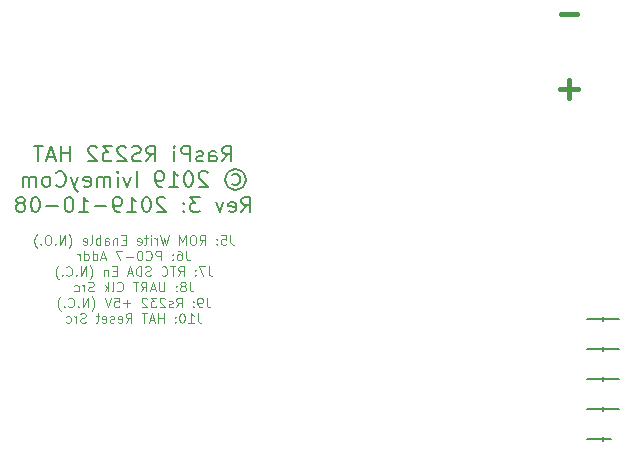
<source format=gbo>
G04 #@! TF.GenerationSoftware,KiCad,Pcbnew,(5.1.4-0)*
G04 #@! TF.CreationDate,2019-10-15T22:26:56+01:00*
G04 #@! TF.ProjectId,raspi-serial-hat,72617370-692d-4736-9572-69616c2d6861,3*
G04 #@! TF.SameCoordinates,Original*
G04 #@! TF.FileFunction,Legend,Bot*
G04 #@! TF.FilePolarity,Positive*
%FSLAX46Y46*%
G04 Gerber Fmt 4.6, Leading zero omitted, Abs format (unit mm)*
G04 Created by KiCad (PCBNEW (5.1.4-0)) date 2019-10-15 22:26:56*
%MOMM*%
%LPD*%
G04 APERTURE LIST*
%ADD10C,0.150000*%
%ADD11C,0.120000*%
%ADD12C,0.200000*%
%ADD13C,0.450000*%
G04 APERTURE END LIST*
D10*
X91265000Y-83735000D02*
X91265000Y-84135000D01*
X91265000Y-81195000D02*
X91265000Y-81595000D01*
X91265000Y-78655000D02*
X91265000Y-79055000D01*
X91265000Y-76115000D02*
X91265000Y-76515000D01*
X91265000Y-73575000D02*
X91265000Y-73975000D01*
X89900000Y-83960000D02*
X92000000Y-83960000D01*
X89900000Y-81420000D02*
X92625000Y-81420000D01*
X89900000Y-78880000D02*
X92625000Y-78880000D01*
X89900000Y-76340000D02*
X92625000Y-76340000D01*
X89900000Y-73775000D02*
X92625000Y-73775000D01*
D11*
X59721428Y-66686904D02*
X59721428Y-67258333D01*
X59759523Y-67372619D01*
X59835714Y-67448809D01*
X59950000Y-67486904D01*
X60026190Y-67486904D01*
X58959523Y-66686904D02*
X59340476Y-66686904D01*
X59378571Y-67067857D01*
X59340476Y-67029761D01*
X59264285Y-66991666D01*
X59073809Y-66991666D01*
X58997619Y-67029761D01*
X58959523Y-67067857D01*
X58921428Y-67144047D01*
X58921428Y-67334523D01*
X58959523Y-67410714D01*
X58997619Y-67448809D01*
X59073809Y-67486904D01*
X59264285Y-67486904D01*
X59340476Y-67448809D01*
X59378571Y-67410714D01*
X58578571Y-67410714D02*
X58540476Y-67448809D01*
X58578571Y-67486904D01*
X58616666Y-67448809D01*
X58578571Y-67410714D01*
X58578571Y-67486904D01*
X58578571Y-66991666D02*
X58540476Y-67029761D01*
X58578571Y-67067857D01*
X58616666Y-67029761D01*
X58578571Y-66991666D01*
X58578571Y-67067857D01*
X57130952Y-67486904D02*
X57397619Y-67105952D01*
X57588095Y-67486904D02*
X57588095Y-66686904D01*
X57283333Y-66686904D01*
X57207142Y-66725000D01*
X57169047Y-66763095D01*
X57130952Y-66839285D01*
X57130952Y-66953571D01*
X57169047Y-67029761D01*
X57207142Y-67067857D01*
X57283333Y-67105952D01*
X57588095Y-67105952D01*
X56635714Y-66686904D02*
X56483333Y-66686904D01*
X56407142Y-66725000D01*
X56330952Y-66801190D01*
X56292857Y-66953571D01*
X56292857Y-67220238D01*
X56330952Y-67372619D01*
X56407142Y-67448809D01*
X56483333Y-67486904D01*
X56635714Y-67486904D01*
X56711904Y-67448809D01*
X56788095Y-67372619D01*
X56826190Y-67220238D01*
X56826190Y-66953571D01*
X56788095Y-66801190D01*
X56711904Y-66725000D01*
X56635714Y-66686904D01*
X55950000Y-67486904D02*
X55950000Y-66686904D01*
X55683333Y-67258333D01*
X55416666Y-66686904D01*
X55416666Y-67486904D01*
X54502380Y-66686904D02*
X54311904Y-67486904D01*
X54159523Y-66915476D01*
X54007142Y-67486904D01*
X53816666Y-66686904D01*
X53511904Y-67486904D02*
X53511904Y-66953571D01*
X53511904Y-67105952D02*
X53473809Y-67029761D01*
X53435714Y-66991666D01*
X53359523Y-66953571D01*
X53283333Y-66953571D01*
X53016666Y-67486904D02*
X53016666Y-66953571D01*
X53016666Y-66686904D02*
X53054761Y-66725000D01*
X53016666Y-66763095D01*
X52978571Y-66725000D01*
X53016666Y-66686904D01*
X53016666Y-66763095D01*
X52750000Y-66953571D02*
X52445238Y-66953571D01*
X52635714Y-66686904D02*
X52635714Y-67372619D01*
X52597619Y-67448809D01*
X52521428Y-67486904D01*
X52445238Y-67486904D01*
X51873809Y-67448809D02*
X51950000Y-67486904D01*
X52102380Y-67486904D01*
X52178571Y-67448809D01*
X52216666Y-67372619D01*
X52216666Y-67067857D01*
X52178571Y-66991666D01*
X52102380Y-66953571D01*
X51950000Y-66953571D01*
X51873809Y-66991666D01*
X51835714Y-67067857D01*
X51835714Y-67144047D01*
X52216666Y-67220238D01*
X50883333Y-67067857D02*
X50616666Y-67067857D01*
X50502380Y-67486904D02*
X50883333Y-67486904D01*
X50883333Y-66686904D01*
X50502380Y-66686904D01*
X50159523Y-66953571D02*
X50159523Y-67486904D01*
X50159523Y-67029761D02*
X50121428Y-66991666D01*
X50045238Y-66953571D01*
X49930952Y-66953571D01*
X49854761Y-66991666D01*
X49816666Y-67067857D01*
X49816666Y-67486904D01*
X49092857Y-67486904D02*
X49092857Y-67067857D01*
X49130952Y-66991666D01*
X49207142Y-66953571D01*
X49359523Y-66953571D01*
X49435714Y-66991666D01*
X49092857Y-67448809D02*
X49169047Y-67486904D01*
X49359523Y-67486904D01*
X49435714Y-67448809D01*
X49473809Y-67372619D01*
X49473809Y-67296428D01*
X49435714Y-67220238D01*
X49359523Y-67182142D01*
X49169047Y-67182142D01*
X49092857Y-67144047D01*
X48711904Y-67486904D02*
X48711904Y-66686904D01*
X48711904Y-66991666D02*
X48635714Y-66953571D01*
X48483333Y-66953571D01*
X48407142Y-66991666D01*
X48369047Y-67029761D01*
X48330952Y-67105952D01*
X48330952Y-67334523D01*
X48369047Y-67410714D01*
X48407142Y-67448809D01*
X48483333Y-67486904D01*
X48635714Y-67486904D01*
X48711904Y-67448809D01*
X47873809Y-67486904D02*
X47950000Y-67448809D01*
X47988095Y-67372619D01*
X47988095Y-66686904D01*
X47264285Y-67448809D02*
X47340476Y-67486904D01*
X47492857Y-67486904D01*
X47569047Y-67448809D01*
X47607142Y-67372619D01*
X47607142Y-67067857D01*
X47569047Y-66991666D01*
X47492857Y-66953571D01*
X47340476Y-66953571D01*
X47264285Y-66991666D01*
X47226190Y-67067857D01*
X47226190Y-67144047D01*
X47607142Y-67220238D01*
X46045238Y-67791666D02*
X46083333Y-67753571D01*
X46159523Y-67639285D01*
X46197619Y-67563095D01*
X46235714Y-67448809D01*
X46273809Y-67258333D01*
X46273809Y-67105952D01*
X46235714Y-66915476D01*
X46197619Y-66801190D01*
X46159523Y-66725000D01*
X46083333Y-66610714D01*
X46045238Y-66572619D01*
X45740476Y-67486904D02*
X45740476Y-66686904D01*
X45283333Y-67486904D01*
X45283333Y-66686904D01*
X44902380Y-67410714D02*
X44864285Y-67448809D01*
X44902380Y-67486904D01*
X44940476Y-67448809D01*
X44902380Y-67410714D01*
X44902380Y-67486904D01*
X44369047Y-66686904D02*
X44216666Y-66686904D01*
X44140476Y-66725000D01*
X44064285Y-66801190D01*
X44026190Y-66953571D01*
X44026190Y-67220238D01*
X44064285Y-67372619D01*
X44140476Y-67448809D01*
X44216666Y-67486904D01*
X44369047Y-67486904D01*
X44445238Y-67448809D01*
X44521428Y-67372619D01*
X44559523Y-67220238D01*
X44559523Y-66953571D01*
X44521428Y-66801190D01*
X44445238Y-66725000D01*
X44369047Y-66686904D01*
X43683333Y-67410714D02*
X43645238Y-67448809D01*
X43683333Y-67486904D01*
X43721428Y-67448809D01*
X43683333Y-67410714D01*
X43683333Y-67486904D01*
X43378571Y-67791666D02*
X43340476Y-67753571D01*
X43264285Y-67639285D01*
X43226190Y-67563095D01*
X43188095Y-67448809D01*
X43150000Y-67258333D01*
X43150000Y-67105952D01*
X43188095Y-66915476D01*
X43226190Y-66801190D01*
X43264285Y-66725000D01*
X43340476Y-66610714D01*
X43378571Y-66572619D01*
X55988095Y-68006904D02*
X55988095Y-68578333D01*
X56026190Y-68692619D01*
X56102380Y-68768809D01*
X56216666Y-68806904D01*
X56292857Y-68806904D01*
X55264285Y-68006904D02*
X55416666Y-68006904D01*
X55492857Y-68045000D01*
X55530952Y-68083095D01*
X55607142Y-68197380D01*
X55645238Y-68349761D01*
X55645238Y-68654523D01*
X55607142Y-68730714D01*
X55569047Y-68768809D01*
X55492857Y-68806904D01*
X55340476Y-68806904D01*
X55264285Y-68768809D01*
X55226190Y-68730714D01*
X55188095Y-68654523D01*
X55188095Y-68464047D01*
X55226190Y-68387857D01*
X55264285Y-68349761D01*
X55340476Y-68311666D01*
X55492857Y-68311666D01*
X55569047Y-68349761D01*
X55607142Y-68387857D01*
X55645238Y-68464047D01*
X54845238Y-68730714D02*
X54807142Y-68768809D01*
X54845238Y-68806904D01*
X54883333Y-68768809D01*
X54845238Y-68730714D01*
X54845238Y-68806904D01*
X54845238Y-68311666D02*
X54807142Y-68349761D01*
X54845238Y-68387857D01*
X54883333Y-68349761D01*
X54845238Y-68311666D01*
X54845238Y-68387857D01*
X53854761Y-68806904D02*
X53854761Y-68006904D01*
X53550000Y-68006904D01*
X53473809Y-68045000D01*
X53435714Y-68083095D01*
X53397619Y-68159285D01*
X53397619Y-68273571D01*
X53435714Y-68349761D01*
X53473809Y-68387857D01*
X53550000Y-68425952D01*
X53854761Y-68425952D01*
X52597619Y-68730714D02*
X52635714Y-68768809D01*
X52750000Y-68806904D01*
X52826190Y-68806904D01*
X52940476Y-68768809D01*
X53016666Y-68692619D01*
X53054761Y-68616428D01*
X53092857Y-68464047D01*
X53092857Y-68349761D01*
X53054761Y-68197380D01*
X53016666Y-68121190D01*
X52940476Y-68045000D01*
X52826190Y-68006904D01*
X52750000Y-68006904D01*
X52635714Y-68045000D01*
X52597619Y-68083095D01*
X52102380Y-68006904D02*
X52026190Y-68006904D01*
X51950000Y-68045000D01*
X51911904Y-68083095D01*
X51873809Y-68159285D01*
X51835714Y-68311666D01*
X51835714Y-68502142D01*
X51873809Y-68654523D01*
X51911904Y-68730714D01*
X51950000Y-68768809D01*
X52026190Y-68806904D01*
X52102380Y-68806904D01*
X52178571Y-68768809D01*
X52216666Y-68730714D01*
X52254761Y-68654523D01*
X52292857Y-68502142D01*
X52292857Y-68311666D01*
X52254761Y-68159285D01*
X52216666Y-68083095D01*
X52178571Y-68045000D01*
X52102380Y-68006904D01*
X51492857Y-68502142D02*
X50883333Y-68502142D01*
X50578571Y-68006904D02*
X50045238Y-68006904D01*
X50388095Y-68806904D01*
X49169047Y-68578333D02*
X48788095Y-68578333D01*
X49245238Y-68806904D02*
X48978571Y-68006904D01*
X48711904Y-68806904D01*
X48102380Y-68806904D02*
X48102380Y-68006904D01*
X48102380Y-68768809D02*
X48178571Y-68806904D01*
X48330952Y-68806904D01*
X48407142Y-68768809D01*
X48445238Y-68730714D01*
X48483333Y-68654523D01*
X48483333Y-68425952D01*
X48445238Y-68349761D01*
X48407142Y-68311666D01*
X48330952Y-68273571D01*
X48178571Y-68273571D01*
X48102380Y-68311666D01*
X47378571Y-68806904D02*
X47378571Y-68006904D01*
X47378571Y-68768809D02*
X47454761Y-68806904D01*
X47607142Y-68806904D01*
X47683333Y-68768809D01*
X47721428Y-68730714D01*
X47759523Y-68654523D01*
X47759523Y-68425952D01*
X47721428Y-68349761D01*
X47683333Y-68311666D01*
X47607142Y-68273571D01*
X47454761Y-68273571D01*
X47378571Y-68311666D01*
X46997619Y-68806904D02*
X46997619Y-68273571D01*
X46997619Y-68425952D02*
X46959523Y-68349761D01*
X46921428Y-68311666D01*
X46845238Y-68273571D01*
X46769047Y-68273571D01*
X57911904Y-69326904D02*
X57911904Y-69898333D01*
X57950000Y-70012619D01*
X58026190Y-70088809D01*
X58140476Y-70126904D01*
X58216666Y-70126904D01*
X57607142Y-69326904D02*
X57073809Y-69326904D01*
X57416666Y-70126904D01*
X56769047Y-70050714D02*
X56730952Y-70088809D01*
X56769047Y-70126904D01*
X56807142Y-70088809D01*
X56769047Y-70050714D01*
X56769047Y-70126904D01*
X56769047Y-69631666D02*
X56730952Y-69669761D01*
X56769047Y-69707857D01*
X56807142Y-69669761D01*
X56769047Y-69631666D01*
X56769047Y-69707857D01*
X55321428Y-70126904D02*
X55588095Y-69745952D01*
X55778571Y-70126904D02*
X55778571Y-69326904D01*
X55473809Y-69326904D01*
X55397619Y-69365000D01*
X55359523Y-69403095D01*
X55321428Y-69479285D01*
X55321428Y-69593571D01*
X55359523Y-69669761D01*
X55397619Y-69707857D01*
X55473809Y-69745952D01*
X55778571Y-69745952D01*
X55092857Y-69326904D02*
X54635714Y-69326904D01*
X54864285Y-70126904D02*
X54864285Y-69326904D01*
X53911904Y-70050714D02*
X53950000Y-70088809D01*
X54064285Y-70126904D01*
X54140476Y-70126904D01*
X54254761Y-70088809D01*
X54330952Y-70012619D01*
X54369047Y-69936428D01*
X54407142Y-69784047D01*
X54407142Y-69669761D01*
X54369047Y-69517380D01*
X54330952Y-69441190D01*
X54254761Y-69365000D01*
X54140476Y-69326904D01*
X54064285Y-69326904D01*
X53950000Y-69365000D01*
X53911904Y-69403095D01*
X52997619Y-70088809D02*
X52883333Y-70126904D01*
X52692857Y-70126904D01*
X52616666Y-70088809D01*
X52578571Y-70050714D01*
X52540476Y-69974523D01*
X52540476Y-69898333D01*
X52578571Y-69822142D01*
X52616666Y-69784047D01*
X52692857Y-69745952D01*
X52845238Y-69707857D01*
X52921428Y-69669761D01*
X52959523Y-69631666D01*
X52997619Y-69555476D01*
X52997619Y-69479285D01*
X52959523Y-69403095D01*
X52921428Y-69365000D01*
X52845238Y-69326904D01*
X52654761Y-69326904D01*
X52540476Y-69365000D01*
X52197619Y-70126904D02*
X52197619Y-69326904D01*
X52007142Y-69326904D01*
X51892857Y-69365000D01*
X51816666Y-69441190D01*
X51778571Y-69517380D01*
X51740476Y-69669761D01*
X51740476Y-69784047D01*
X51778571Y-69936428D01*
X51816666Y-70012619D01*
X51892857Y-70088809D01*
X52007142Y-70126904D01*
X52197619Y-70126904D01*
X51435714Y-69898333D02*
X51054761Y-69898333D01*
X51511904Y-70126904D02*
X51245238Y-69326904D01*
X50978571Y-70126904D01*
X50102380Y-69707857D02*
X49835714Y-69707857D01*
X49721428Y-70126904D02*
X50102380Y-70126904D01*
X50102380Y-69326904D01*
X49721428Y-69326904D01*
X49378571Y-69593571D02*
X49378571Y-70126904D01*
X49378571Y-69669761D02*
X49340476Y-69631666D01*
X49264285Y-69593571D01*
X49150000Y-69593571D01*
X49073809Y-69631666D01*
X49035714Y-69707857D01*
X49035714Y-70126904D01*
X47816666Y-70431666D02*
X47854761Y-70393571D01*
X47930952Y-70279285D01*
X47969047Y-70203095D01*
X48007142Y-70088809D01*
X48045238Y-69898333D01*
X48045238Y-69745952D01*
X48007142Y-69555476D01*
X47969047Y-69441190D01*
X47930952Y-69365000D01*
X47854761Y-69250714D01*
X47816666Y-69212619D01*
X47511904Y-70126904D02*
X47511904Y-69326904D01*
X47054761Y-70126904D01*
X47054761Y-69326904D01*
X46673809Y-70050714D02*
X46635714Y-70088809D01*
X46673809Y-70126904D01*
X46711904Y-70088809D01*
X46673809Y-70050714D01*
X46673809Y-70126904D01*
X45835714Y-70050714D02*
X45873809Y-70088809D01*
X45988095Y-70126904D01*
X46064285Y-70126904D01*
X46178571Y-70088809D01*
X46254761Y-70012619D01*
X46292857Y-69936428D01*
X46330952Y-69784047D01*
X46330952Y-69669761D01*
X46292857Y-69517380D01*
X46254761Y-69441190D01*
X46178571Y-69365000D01*
X46064285Y-69326904D01*
X45988095Y-69326904D01*
X45873809Y-69365000D01*
X45835714Y-69403095D01*
X45492857Y-70050714D02*
X45454761Y-70088809D01*
X45492857Y-70126904D01*
X45530952Y-70088809D01*
X45492857Y-70050714D01*
X45492857Y-70126904D01*
X45188095Y-70431666D02*
X45150000Y-70393571D01*
X45073809Y-70279285D01*
X45035714Y-70203095D01*
X44997619Y-70088809D01*
X44959523Y-69898333D01*
X44959523Y-69745952D01*
X44997619Y-69555476D01*
X45035714Y-69441190D01*
X45073809Y-69365000D01*
X45150000Y-69250714D01*
X45188095Y-69212619D01*
X56292857Y-70646904D02*
X56292857Y-71218333D01*
X56330952Y-71332619D01*
X56407142Y-71408809D01*
X56521428Y-71446904D01*
X56597619Y-71446904D01*
X55797619Y-70989761D02*
X55873809Y-70951666D01*
X55911904Y-70913571D01*
X55950000Y-70837380D01*
X55950000Y-70799285D01*
X55911904Y-70723095D01*
X55873809Y-70685000D01*
X55797619Y-70646904D01*
X55645238Y-70646904D01*
X55569047Y-70685000D01*
X55530952Y-70723095D01*
X55492857Y-70799285D01*
X55492857Y-70837380D01*
X55530952Y-70913571D01*
X55569047Y-70951666D01*
X55645238Y-70989761D01*
X55797619Y-70989761D01*
X55873809Y-71027857D01*
X55911904Y-71065952D01*
X55950000Y-71142142D01*
X55950000Y-71294523D01*
X55911904Y-71370714D01*
X55873809Y-71408809D01*
X55797619Y-71446904D01*
X55645238Y-71446904D01*
X55569047Y-71408809D01*
X55530952Y-71370714D01*
X55492857Y-71294523D01*
X55492857Y-71142142D01*
X55530952Y-71065952D01*
X55569047Y-71027857D01*
X55645238Y-70989761D01*
X55150000Y-71370714D02*
X55111904Y-71408809D01*
X55150000Y-71446904D01*
X55188095Y-71408809D01*
X55150000Y-71370714D01*
X55150000Y-71446904D01*
X55150000Y-70951666D02*
X55111904Y-70989761D01*
X55150000Y-71027857D01*
X55188095Y-70989761D01*
X55150000Y-70951666D01*
X55150000Y-71027857D01*
X54159523Y-70646904D02*
X54159523Y-71294523D01*
X54121428Y-71370714D01*
X54083333Y-71408809D01*
X54007142Y-71446904D01*
X53854761Y-71446904D01*
X53778571Y-71408809D01*
X53740476Y-71370714D01*
X53702380Y-71294523D01*
X53702380Y-70646904D01*
X53359523Y-71218333D02*
X52978571Y-71218333D01*
X53435714Y-71446904D02*
X53169047Y-70646904D01*
X52902380Y-71446904D01*
X52178571Y-71446904D02*
X52445238Y-71065952D01*
X52635714Y-71446904D02*
X52635714Y-70646904D01*
X52330952Y-70646904D01*
X52254761Y-70685000D01*
X52216666Y-70723095D01*
X52178571Y-70799285D01*
X52178571Y-70913571D01*
X52216666Y-70989761D01*
X52254761Y-71027857D01*
X52330952Y-71065952D01*
X52635714Y-71065952D01*
X51950000Y-70646904D02*
X51492857Y-70646904D01*
X51721428Y-71446904D02*
X51721428Y-70646904D01*
X50159523Y-71370714D02*
X50197619Y-71408809D01*
X50311904Y-71446904D01*
X50388095Y-71446904D01*
X50502380Y-71408809D01*
X50578571Y-71332619D01*
X50616666Y-71256428D01*
X50654761Y-71104047D01*
X50654761Y-70989761D01*
X50616666Y-70837380D01*
X50578571Y-70761190D01*
X50502380Y-70685000D01*
X50388095Y-70646904D01*
X50311904Y-70646904D01*
X50197619Y-70685000D01*
X50159523Y-70723095D01*
X49702380Y-71446904D02*
X49778571Y-71408809D01*
X49816666Y-71332619D01*
X49816666Y-70646904D01*
X49397619Y-71446904D02*
X49397619Y-70646904D01*
X49321428Y-71142142D02*
X49092857Y-71446904D01*
X49092857Y-70913571D02*
X49397619Y-71218333D01*
X48178571Y-71408809D02*
X48064285Y-71446904D01*
X47873809Y-71446904D01*
X47797619Y-71408809D01*
X47759523Y-71370714D01*
X47721428Y-71294523D01*
X47721428Y-71218333D01*
X47759523Y-71142142D01*
X47797619Y-71104047D01*
X47873809Y-71065952D01*
X48026190Y-71027857D01*
X48102380Y-70989761D01*
X48140476Y-70951666D01*
X48178571Y-70875476D01*
X48178571Y-70799285D01*
X48140476Y-70723095D01*
X48102380Y-70685000D01*
X48026190Y-70646904D01*
X47835714Y-70646904D01*
X47721428Y-70685000D01*
X47378571Y-71446904D02*
X47378571Y-70913571D01*
X47378571Y-71065952D02*
X47340476Y-70989761D01*
X47302380Y-70951666D01*
X47226190Y-70913571D01*
X47150000Y-70913571D01*
X46540476Y-71408809D02*
X46616666Y-71446904D01*
X46769047Y-71446904D01*
X46845238Y-71408809D01*
X46883333Y-71370714D01*
X46921428Y-71294523D01*
X46921428Y-71065952D01*
X46883333Y-70989761D01*
X46845238Y-70951666D01*
X46769047Y-70913571D01*
X46616666Y-70913571D01*
X46540476Y-70951666D01*
X57740476Y-71966904D02*
X57740476Y-72538333D01*
X57778571Y-72652619D01*
X57854761Y-72728809D01*
X57969047Y-72766904D01*
X58045238Y-72766904D01*
X57321428Y-72766904D02*
X57169047Y-72766904D01*
X57092857Y-72728809D01*
X57054761Y-72690714D01*
X56978571Y-72576428D01*
X56940476Y-72424047D01*
X56940476Y-72119285D01*
X56978571Y-72043095D01*
X57016666Y-72005000D01*
X57092857Y-71966904D01*
X57245238Y-71966904D01*
X57321428Y-72005000D01*
X57359523Y-72043095D01*
X57397619Y-72119285D01*
X57397619Y-72309761D01*
X57359523Y-72385952D01*
X57321428Y-72424047D01*
X57245238Y-72462142D01*
X57092857Y-72462142D01*
X57016666Y-72424047D01*
X56978571Y-72385952D01*
X56940476Y-72309761D01*
X56597619Y-72690714D02*
X56559523Y-72728809D01*
X56597619Y-72766904D01*
X56635714Y-72728809D01*
X56597619Y-72690714D01*
X56597619Y-72766904D01*
X56597619Y-72271666D02*
X56559523Y-72309761D01*
X56597619Y-72347857D01*
X56635714Y-72309761D01*
X56597619Y-72271666D01*
X56597619Y-72347857D01*
X55150000Y-72766904D02*
X55416666Y-72385952D01*
X55607142Y-72766904D02*
X55607142Y-71966904D01*
X55302380Y-71966904D01*
X55226190Y-72005000D01*
X55188095Y-72043095D01*
X55150000Y-72119285D01*
X55150000Y-72233571D01*
X55188095Y-72309761D01*
X55226190Y-72347857D01*
X55302380Y-72385952D01*
X55607142Y-72385952D01*
X54845238Y-72728809D02*
X54769047Y-72766904D01*
X54616666Y-72766904D01*
X54540476Y-72728809D01*
X54502380Y-72652619D01*
X54502380Y-72614523D01*
X54540476Y-72538333D01*
X54616666Y-72500238D01*
X54730952Y-72500238D01*
X54807142Y-72462142D01*
X54845238Y-72385952D01*
X54845238Y-72347857D01*
X54807142Y-72271666D01*
X54730952Y-72233571D01*
X54616666Y-72233571D01*
X54540476Y-72271666D01*
X54197619Y-72043095D02*
X54159523Y-72005000D01*
X54083333Y-71966904D01*
X53892857Y-71966904D01*
X53816666Y-72005000D01*
X53778571Y-72043095D01*
X53740476Y-72119285D01*
X53740476Y-72195476D01*
X53778571Y-72309761D01*
X54235714Y-72766904D01*
X53740476Y-72766904D01*
X53473809Y-71966904D02*
X52978571Y-71966904D01*
X53245238Y-72271666D01*
X53130952Y-72271666D01*
X53054761Y-72309761D01*
X53016666Y-72347857D01*
X52978571Y-72424047D01*
X52978571Y-72614523D01*
X53016666Y-72690714D01*
X53054761Y-72728809D01*
X53130952Y-72766904D01*
X53359523Y-72766904D01*
X53435714Y-72728809D01*
X53473809Y-72690714D01*
X52673809Y-72043095D02*
X52635714Y-72005000D01*
X52559523Y-71966904D01*
X52369047Y-71966904D01*
X52292857Y-72005000D01*
X52254761Y-72043095D01*
X52216666Y-72119285D01*
X52216666Y-72195476D01*
X52254761Y-72309761D01*
X52711904Y-72766904D01*
X52216666Y-72766904D01*
X51264285Y-72462142D02*
X50654761Y-72462142D01*
X50959523Y-72766904D02*
X50959523Y-72157380D01*
X49892857Y-71966904D02*
X50273809Y-71966904D01*
X50311904Y-72347857D01*
X50273809Y-72309761D01*
X50197619Y-72271666D01*
X50007142Y-72271666D01*
X49930952Y-72309761D01*
X49892857Y-72347857D01*
X49854761Y-72424047D01*
X49854761Y-72614523D01*
X49892857Y-72690714D01*
X49930952Y-72728809D01*
X50007142Y-72766904D01*
X50197619Y-72766904D01*
X50273809Y-72728809D01*
X50311904Y-72690714D01*
X49626190Y-71966904D02*
X49359523Y-72766904D01*
X49092857Y-71966904D01*
X47988095Y-73071666D02*
X48026190Y-73033571D01*
X48102380Y-72919285D01*
X48140476Y-72843095D01*
X48178571Y-72728809D01*
X48216666Y-72538333D01*
X48216666Y-72385952D01*
X48178571Y-72195476D01*
X48140476Y-72081190D01*
X48102380Y-72005000D01*
X48026190Y-71890714D01*
X47988095Y-71852619D01*
X47683333Y-72766904D02*
X47683333Y-71966904D01*
X47226190Y-72766904D01*
X47226190Y-71966904D01*
X46845238Y-72690714D02*
X46807142Y-72728809D01*
X46845238Y-72766904D01*
X46883333Y-72728809D01*
X46845238Y-72690714D01*
X46845238Y-72766904D01*
X46007142Y-72690714D02*
X46045238Y-72728809D01*
X46159523Y-72766904D01*
X46235714Y-72766904D01*
X46350000Y-72728809D01*
X46426190Y-72652619D01*
X46464285Y-72576428D01*
X46502380Y-72424047D01*
X46502380Y-72309761D01*
X46464285Y-72157380D01*
X46426190Y-72081190D01*
X46350000Y-72005000D01*
X46235714Y-71966904D01*
X46159523Y-71966904D01*
X46045238Y-72005000D01*
X46007142Y-72043095D01*
X45664285Y-72690714D02*
X45626190Y-72728809D01*
X45664285Y-72766904D01*
X45702380Y-72728809D01*
X45664285Y-72690714D01*
X45664285Y-72766904D01*
X45359523Y-73071666D02*
X45321428Y-73033571D01*
X45245238Y-72919285D01*
X45207142Y-72843095D01*
X45169047Y-72728809D01*
X45130952Y-72538333D01*
X45130952Y-72385952D01*
X45169047Y-72195476D01*
X45207142Y-72081190D01*
X45245238Y-72005000D01*
X45321428Y-71890714D01*
X45359523Y-71852619D01*
X56978571Y-73286904D02*
X56978571Y-73858333D01*
X57016666Y-73972619D01*
X57092857Y-74048809D01*
X57207142Y-74086904D01*
X57283333Y-74086904D01*
X56178571Y-74086904D02*
X56635714Y-74086904D01*
X56407142Y-74086904D02*
X56407142Y-73286904D01*
X56483333Y-73401190D01*
X56559523Y-73477380D01*
X56635714Y-73515476D01*
X55683333Y-73286904D02*
X55607142Y-73286904D01*
X55530952Y-73325000D01*
X55492857Y-73363095D01*
X55454761Y-73439285D01*
X55416666Y-73591666D01*
X55416666Y-73782142D01*
X55454761Y-73934523D01*
X55492857Y-74010714D01*
X55530952Y-74048809D01*
X55607142Y-74086904D01*
X55683333Y-74086904D01*
X55759523Y-74048809D01*
X55797619Y-74010714D01*
X55835714Y-73934523D01*
X55873809Y-73782142D01*
X55873809Y-73591666D01*
X55835714Y-73439285D01*
X55797619Y-73363095D01*
X55759523Y-73325000D01*
X55683333Y-73286904D01*
X55073809Y-74010714D02*
X55035714Y-74048809D01*
X55073809Y-74086904D01*
X55111904Y-74048809D01*
X55073809Y-74010714D01*
X55073809Y-74086904D01*
X55073809Y-73591666D02*
X55035714Y-73629761D01*
X55073809Y-73667857D01*
X55111904Y-73629761D01*
X55073809Y-73591666D01*
X55073809Y-73667857D01*
X54083333Y-74086904D02*
X54083333Y-73286904D01*
X54083333Y-73667857D02*
X53626190Y-73667857D01*
X53626190Y-74086904D02*
X53626190Y-73286904D01*
X53283333Y-73858333D02*
X52902380Y-73858333D01*
X53359523Y-74086904D02*
X53092857Y-73286904D01*
X52826190Y-74086904D01*
X52673809Y-73286904D02*
X52216666Y-73286904D01*
X52445238Y-74086904D02*
X52445238Y-73286904D01*
X50883333Y-74086904D02*
X51150000Y-73705952D01*
X51340476Y-74086904D02*
X51340476Y-73286904D01*
X51035714Y-73286904D01*
X50959523Y-73325000D01*
X50921428Y-73363095D01*
X50883333Y-73439285D01*
X50883333Y-73553571D01*
X50921428Y-73629761D01*
X50959523Y-73667857D01*
X51035714Y-73705952D01*
X51340476Y-73705952D01*
X50235714Y-74048809D02*
X50311904Y-74086904D01*
X50464285Y-74086904D01*
X50540476Y-74048809D01*
X50578571Y-73972619D01*
X50578571Y-73667857D01*
X50540476Y-73591666D01*
X50464285Y-73553571D01*
X50311904Y-73553571D01*
X50235714Y-73591666D01*
X50197619Y-73667857D01*
X50197619Y-73744047D01*
X50578571Y-73820238D01*
X49892857Y-74048809D02*
X49816666Y-74086904D01*
X49664285Y-74086904D01*
X49588095Y-74048809D01*
X49550000Y-73972619D01*
X49550000Y-73934523D01*
X49588095Y-73858333D01*
X49664285Y-73820238D01*
X49778571Y-73820238D01*
X49854761Y-73782142D01*
X49892857Y-73705952D01*
X49892857Y-73667857D01*
X49854761Y-73591666D01*
X49778571Y-73553571D01*
X49664285Y-73553571D01*
X49588095Y-73591666D01*
X48902380Y-74048809D02*
X48978571Y-74086904D01*
X49130952Y-74086904D01*
X49207142Y-74048809D01*
X49245238Y-73972619D01*
X49245238Y-73667857D01*
X49207142Y-73591666D01*
X49130952Y-73553571D01*
X48978571Y-73553571D01*
X48902380Y-73591666D01*
X48864285Y-73667857D01*
X48864285Y-73744047D01*
X49245238Y-73820238D01*
X48635714Y-73553571D02*
X48330952Y-73553571D01*
X48521428Y-73286904D02*
X48521428Y-73972619D01*
X48483333Y-74048809D01*
X48407142Y-74086904D01*
X48330952Y-74086904D01*
X47492857Y-74048809D02*
X47378571Y-74086904D01*
X47188095Y-74086904D01*
X47111904Y-74048809D01*
X47073809Y-74010714D01*
X47035714Y-73934523D01*
X47035714Y-73858333D01*
X47073809Y-73782142D01*
X47111904Y-73744047D01*
X47188095Y-73705952D01*
X47340476Y-73667857D01*
X47416666Y-73629761D01*
X47454761Y-73591666D01*
X47492857Y-73515476D01*
X47492857Y-73439285D01*
X47454761Y-73363095D01*
X47416666Y-73325000D01*
X47340476Y-73286904D01*
X47150000Y-73286904D01*
X47035714Y-73325000D01*
X46692857Y-74086904D02*
X46692857Y-73553571D01*
X46692857Y-73705952D02*
X46654761Y-73629761D01*
X46616666Y-73591666D01*
X46540476Y-73553571D01*
X46464285Y-73553571D01*
X45854761Y-74048809D02*
X45930952Y-74086904D01*
X46083333Y-74086904D01*
X46159523Y-74048809D01*
X46197619Y-74010714D01*
X46235714Y-73934523D01*
X46235714Y-73705952D01*
X46197619Y-73629761D01*
X46159523Y-73591666D01*
X46083333Y-73553571D01*
X45930952Y-73553571D01*
X45854761Y-73591666D01*
D12*
X59071428Y-60438095D02*
X59504761Y-59819047D01*
X59814285Y-60438095D02*
X59814285Y-59138095D01*
X59319047Y-59138095D01*
X59195238Y-59200000D01*
X59133333Y-59261904D01*
X59071428Y-59385714D01*
X59071428Y-59571428D01*
X59133333Y-59695238D01*
X59195238Y-59757142D01*
X59319047Y-59819047D01*
X59814285Y-59819047D01*
X57957142Y-60438095D02*
X57957142Y-59757142D01*
X58019047Y-59633333D01*
X58142857Y-59571428D01*
X58390476Y-59571428D01*
X58514285Y-59633333D01*
X57957142Y-60376190D02*
X58080952Y-60438095D01*
X58390476Y-60438095D01*
X58514285Y-60376190D01*
X58576190Y-60252380D01*
X58576190Y-60128571D01*
X58514285Y-60004761D01*
X58390476Y-59942857D01*
X58080952Y-59942857D01*
X57957142Y-59880952D01*
X57400000Y-60376190D02*
X57276190Y-60438095D01*
X57028571Y-60438095D01*
X56904761Y-60376190D01*
X56842857Y-60252380D01*
X56842857Y-60190476D01*
X56904761Y-60066666D01*
X57028571Y-60004761D01*
X57214285Y-60004761D01*
X57338095Y-59942857D01*
X57400000Y-59819047D01*
X57400000Y-59757142D01*
X57338095Y-59633333D01*
X57214285Y-59571428D01*
X57028571Y-59571428D01*
X56904761Y-59633333D01*
X56285714Y-60438095D02*
X56285714Y-59138095D01*
X55790476Y-59138095D01*
X55666666Y-59200000D01*
X55604761Y-59261904D01*
X55542857Y-59385714D01*
X55542857Y-59571428D01*
X55604761Y-59695238D01*
X55666666Y-59757142D01*
X55790476Y-59819047D01*
X56285714Y-59819047D01*
X54985714Y-60438095D02*
X54985714Y-59571428D01*
X54985714Y-59138095D02*
X55047619Y-59200000D01*
X54985714Y-59261904D01*
X54923809Y-59200000D01*
X54985714Y-59138095D01*
X54985714Y-59261904D01*
X52633333Y-60438095D02*
X53066666Y-59819047D01*
X53376190Y-60438095D02*
X53376190Y-59138095D01*
X52880952Y-59138095D01*
X52757142Y-59200000D01*
X52695238Y-59261904D01*
X52633333Y-59385714D01*
X52633333Y-59571428D01*
X52695238Y-59695238D01*
X52757142Y-59757142D01*
X52880952Y-59819047D01*
X53376190Y-59819047D01*
X52138095Y-60376190D02*
X51952380Y-60438095D01*
X51642857Y-60438095D01*
X51519047Y-60376190D01*
X51457142Y-60314285D01*
X51395238Y-60190476D01*
X51395238Y-60066666D01*
X51457142Y-59942857D01*
X51519047Y-59880952D01*
X51642857Y-59819047D01*
X51890476Y-59757142D01*
X52014285Y-59695238D01*
X52076190Y-59633333D01*
X52138095Y-59509523D01*
X52138095Y-59385714D01*
X52076190Y-59261904D01*
X52014285Y-59200000D01*
X51890476Y-59138095D01*
X51580952Y-59138095D01*
X51395238Y-59200000D01*
X50900000Y-59261904D02*
X50838095Y-59200000D01*
X50714285Y-59138095D01*
X50404761Y-59138095D01*
X50280952Y-59200000D01*
X50219047Y-59261904D01*
X50157142Y-59385714D01*
X50157142Y-59509523D01*
X50219047Y-59695238D01*
X50961904Y-60438095D01*
X50157142Y-60438095D01*
X49723809Y-59138095D02*
X48919047Y-59138095D01*
X49352380Y-59633333D01*
X49166666Y-59633333D01*
X49042857Y-59695238D01*
X48980952Y-59757142D01*
X48919047Y-59880952D01*
X48919047Y-60190476D01*
X48980952Y-60314285D01*
X49042857Y-60376190D01*
X49166666Y-60438095D01*
X49538095Y-60438095D01*
X49661904Y-60376190D01*
X49723809Y-60314285D01*
X48423809Y-59261904D02*
X48361904Y-59200000D01*
X48238095Y-59138095D01*
X47928571Y-59138095D01*
X47804761Y-59200000D01*
X47742857Y-59261904D01*
X47680952Y-59385714D01*
X47680952Y-59509523D01*
X47742857Y-59695238D01*
X48485714Y-60438095D01*
X47680952Y-60438095D01*
X46133333Y-60438095D02*
X46133333Y-59138095D01*
X46133333Y-59757142D02*
X45390476Y-59757142D01*
X45390476Y-60438095D02*
X45390476Y-59138095D01*
X44833333Y-60066666D02*
X44214285Y-60066666D01*
X44957142Y-60438095D02*
X44523809Y-59138095D01*
X44090476Y-60438095D01*
X43842857Y-59138095D02*
X43100000Y-59138095D01*
X43471428Y-60438095D02*
X43471428Y-59138095D01*
X59907142Y-61597619D02*
X60030952Y-61535714D01*
X60278571Y-61535714D01*
X60402380Y-61597619D01*
X60526190Y-61721428D01*
X60588095Y-61845238D01*
X60588095Y-62092857D01*
X60526190Y-62216666D01*
X60402380Y-62340476D01*
X60278571Y-62402380D01*
X60030952Y-62402380D01*
X59907142Y-62340476D01*
X60154761Y-61102380D02*
X60464285Y-61164285D01*
X60773809Y-61350000D01*
X60959523Y-61659523D01*
X61021428Y-61969047D01*
X60959523Y-62278571D01*
X60773809Y-62588095D01*
X60464285Y-62773809D01*
X60154761Y-62835714D01*
X59845238Y-62773809D01*
X59535714Y-62588095D01*
X59350000Y-62278571D01*
X59288095Y-61969047D01*
X59350000Y-61659523D01*
X59535714Y-61350000D01*
X59845238Y-61164285D01*
X60154761Y-61102380D01*
X57802380Y-61411904D02*
X57740476Y-61350000D01*
X57616666Y-61288095D01*
X57307142Y-61288095D01*
X57183333Y-61350000D01*
X57121428Y-61411904D01*
X57059523Y-61535714D01*
X57059523Y-61659523D01*
X57121428Y-61845238D01*
X57864285Y-62588095D01*
X57059523Y-62588095D01*
X56254761Y-61288095D02*
X56130952Y-61288095D01*
X56007142Y-61350000D01*
X55945238Y-61411904D01*
X55883333Y-61535714D01*
X55821428Y-61783333D01*
X55821428Y-62092857D01*
X55883333Y-62340476D01*
X55945238Y-62464285D01*
X56007142Y-62526190D01*
X56130952Y-62588095D01*
X56254761Y-62588095D01*
X56378571Y-62526190D01*
X56440476Y-62464285D01*
X56502380Y-62340476D01*
X56564285Y-62092857D01*
X56564285Y-61783333D01*
X56502380Y-61535714D01*
X56440476Y-61411904D01*
X56378571Y-61350000D01*
X56254761Y-61288095D01*
X54583333Y-62588095D02*
X55326190Y-62588095D01*
X54954761Y-62588095D02*
X54954761Y-61288095D01*
X55078571Y-61473809D01*
X55202380Y-61597619D01*
X55326190Y-61659523D01*
X53964285Y-62588095D02*
X53716666Y-62588095D01*
X53592857Y-62526190D01*
X53530952Y-62464285D01*
X53407142Y-62278571D01*
X53345238Y-62030952D01*
X53345238Y-61535714D01*
X53407142Y-61411904D01*
X53469047Y-61350000D01*
X53592857Y-61288095D01*
X53840476Y-61288095D01*
X53964285Y-61350000D01*
X54026190Y-61411904D01*
X54088095Y-61535714D01*
X54088095Y-61845238D01*
X54026190Y-61969047D01*
X53964285Y-62030952D01*
X53840476Y-62092857D01*
X53592857Y-62092857D01*
X53469047Y-62030952D01*
X53407142Y-61969047D01*
X53345238Y-61845238D01*
X51797619Y-62588095D02*
X51797619Y-61288095D01*
X51302380Y-61721428D02*
X50992857Y-62588095D01*
X50683333Y-61721428D01*
X50188095Y-62588095D02*
X50188095Y-61721428D01*
X50188095Y-61288095D02*
X50250000Y-61350000D01*
X50188095Y-61411904D01*
X50126190Y-61350000D01*
X50188095Y-61288095D01*
X50188095Y-61411904D01*
X49569047Y-62588095D02*
X49569047Y-61721428D01*
X49569047Y-61845238D02*
X49507142Y-61783333D01*
X49383333Y-61721428D01*
X49197619Y-61721428D01*
X49073809Y-61783333D01*
X49011904Y-61907142D01*
X49011904Y-62588095D01*
X49011904Y-61907142D02*
X48950000Y-61783333D01*
X48826190Y-61721428D01*
X48640476Y-61721428D01*
X48516666Y-61783333D01*
X48454761Y-61907142D01*
X48454761Y-62588095D01*
X47340476Y-62526190D02*
X47464285Y-62588095D01*
X47711904Y-62588095D01*
X47835714Y-62526190D01*
X47897619Y-62402380D01*
X47897619Y-61907142D01*
X47835714Y-61783333D01*
X47711904Y-61721428D01*
X47464285Y-61721428D01*
X47340476Y-61783333D01*
X47278571Y-61907142D01*
X47278571Y-62030952D01*
X47897619Y-62154761D01*
X46845238Y-61721428D02*
X46535714Y-62588095D01*
X46226190Y-61721428D02*
X46535714Y-62588095D01*
X46659523Y-62897619D01*
X46721428Y-62959523D01*
X46845238Y-63021428D01*
X44988095Y-62464285D02*
X45050000Y-62526190D01*
X45235714Y-62588095D01*
X45359523Y-62588095D01*
X45545238Y-62526190D01*
X45669047Y-62402380D01*
X45730952Y-62278571D01*
X45792857Y-62030952D01*
X45792857Y-61845238D01*
X45730952Y-61597619D01*
X45669047Y-61473809D01*
X45545238Y-61350000D01*
X45359523Y-61288095D01*
X45235714Y-61288095D01*
X45050000Y-61350000D01*
X44988095Y-61411904D01*
X44245238Y-62588095D02*
X44369047Y-62526190D01*
X44430952Y-62464285D01*
X44492857Y-62340476D01*
X44492857Y-61969047D01*
X44430952Y-61845238D01*
X44369047Y-61783333D01*
X44245238Y-61721428D01*
X44059523Y-61721428D01*
X43935714Y-61783333D01*
X43873809Y-61845238D01*
X43811904Y-61969047D01*
X43811904Y-62340476D01*
X43873809Y-62464285D01*
X43935714Y-62526190D01*
X44059523Y-62588095D01*
X44245238Y-62588095D01*
X43254761Y-62588095D02*
X43254761Y-61721428D01*
X43254761Y-61845238D02*
X43192857Y-61783333D01*
X43069047Y-61721428D01*
X42883333Y-61721428D01*
X42759523Y-61783333D01*
X42697619Y-61907142D01*
X42697619Y-62588095D01*
X42697619Y-61907142D02*
X42635714Y-61783333D01*
X42511904Y-61721428D01*
X42326190Y-61721428D01*
X42202380Y-61783333D01*
X42140476Y-61907142D01*
X42140476Y-62588095D01*
X60680952Y-64738095D02*
X61114285Y-64119047D01*
X61423809Y-64738095D02*
X61423809Y-63438095D01*
X60928571Y-63438095D01*
X60804761Y-63500000D01*
X60742857Y-63561904D01*
X60680952Y-63685714D01*
X60680952Y-63871428D01*
X60742857Y-63995238D01*
X60804761Y-64057142D01*
X60928571Y-64119047D01*
X61423809Y-64119047D01*
X59628571Y-64676190D02*
X59752380Y-64738095D01*
X60000000Y-64738095D01*
X60123809Y-64676190D01*
X60185714Y-64552380D01*
X60185714Y-64057142D01*
X60123809Y-63933333D01*
X60000000Y-63871428D01*
X59752380Y-63871428D01*
X59628571Y-63933333D01*
X59566666Y-64057142D01*
X59566666Y-64180952D01*
X60185714Y-64304761D01*
X59133333Y-63871428D02*
X58823809Y-64738095D01*
X58514285Y-63871428D01*
X57152380Y-63438095D02*
X56347619Y-63438095D01*
X56780952Y-63933333D01*
X56595238Y-63933333D01*
X56471428Y-63995238D01*
X56409523Y-64057142D01*
X56347619Y-64180952D01*
X56347619Y-64490476D01*
X56409523Y-64614285D01*
X56471428Y-64676190D01*
X56595238Y-64738095D01*
X56966666Y-64738095D01*
X57090476Y-64676190D01*
X57152380Y-64614285D01*
X55790476Y-64614285D02*
X55728571Y-64676190D01*
X55790476Y-64738095D01*
X55852380Y-64676190D01*
X55790476Y-64614285D01*
X55790476Y-64738095D01*
X55790476Y-63933333D02*
X55728571Y-63995238D01*
X55790476Y-64057142D01*
X55852380Y-63995238D01*
X55790476Y-63933333D01*
X55790476Y-64057142D01*
X54242857Y-63561904D02*
X54180952Y-63500000D01*
X54057142Y-63438095D01*
X53747619Y-63438095D01*
X53623809Y-63500000D01*
X53561904Y-63561904D01*
X53500000Y-63685714D01*
X53500000Y-63809523D01*
X53561904Y-63995238D01*
X54304761Y-64738095D01*
X53500000Y-64738095D01*
X52695238Y-63438095D02*
X52571428Y-63438095D01*
X52447619Y-63500000D01*
X52385714Y-63561904D01*
X52323809Y-63685714D01*
X52261904Y-63933333D01*
X52261904Y-64242857D01*
X52323809Y-64490476D01*
X52385714Y-64614285D01*
X52447619Y-64676190D01*
X52571428Y-64738095D01*
X52695238Y-64738095D01*
X52819047Y-64676190D01*
X52880952Y-64614285D01*
X52942857Y-64490476D01*
X53004761Y-64242857D01*
X53004761Y-63933333D01*
X52942857Y-63685714D01*
X52880952Y-63561904D01*
X52819047Y-63500000D01*
X52695238Y-63438095D01*
X51023809Y-64738095D02*
X51766666Y-64738095D01*
X51395238Y-64738095D02*
X51395238Y-63438095D01*
X51519047Y-63623809D01*
X51642857Y-63747619D01*
X51766666Y-63809523D01*
X50404761Y-64738095D02*
X50157142Y-64738095D01*
X50033333Y-64676190D01*
X49971428Y-64614285D01*
X49847619Y-64428571D01*
X49785714Y-64180952D01*
X49785714Y-63685714D01*
X49847619Y-63561904D01*
X49909523Y-63500000D01*
X50033333Y-63438095D01*
X50280952Y-63438095D01*
X50404761Y-63500000D01*
X50466666Y-63561904D01*
X50528571Y-63685714D01*
X50528571Y-63995238D01*
X50466666Y-64119047D01*
X50404761Y-64180952D01*
X50280952Y-64242857D01*
X50033333Y-64242857D01*
X49909523Y-64180952D01*
X49847619Y-64119047D01*
X49785714Y-63995238D01*
X49228571Y-64242857D02*
X48238095Y-64242857D01*
X46938095Y-64738095D02*
X47680952Y-64738095D01*
X47309523Y-64738095D02*
X47309523Y-63438095D01*
X47433333Y-63623809D01*
X47557142Y-63747619D01*
X47680952Y-63809523D01*
X46133333Y-63438095D02*
X46009523Y-63438095D01*
X45885714Y-63500000D01*
X45823809Y-63561904D01*
X45761904Y-63685714D01*
X45700000Y-63933333D01*
X45700000Y-64242857D01*
X45761904Y-64490476D01*
X45823809Y-64614285D01*
X45885714Y-64676190D01*
X46009523Y-64738095D01*
X46133333Y-64738095D01*
X46257142Y-64676190D01*
X46319047Y-64614285D01*
X46380952Y-64490476D01*
X46442857Y-64242857D01*
X46442857Y-63933333D01*
X46380952Y-63685714D01*
X46319047Y-63561904D01*
X46257142Y-63500000D01*
X46133333Y-63438095D01*
X45142857Y-64242857D02*
X44152380Y-64242857D01*
X43285714Y-63438095D02*
X43161904Y-63438095D01*
X43038095Y-63500000D01*
X42976190Y-63561904D01*
X42914285Y-63685714D01*
X42852380Y-63933333D01*
X42852380Y-64242857D01*
X42914285Y-64490476D01*
X42976190Y-64614285D01*
X43038095Y-64676190D01*
X43161904Y-64738095D01*
X43285714Y-64738095D01*
X43409523Y-64676190D01*
X43471428Y-64614285D01*
X43533333Y-64490476D01*
X43595238Y-64242857D01*
X43595238Y-63933333D01*
X43533333Y-63685714D01*
X43471428Y-63561904D01*
X43409523Y-63500000D01*
X43285714Y-63438095D01*
X42109523Y-63995238D02*
X42233333Y-63933333D01*
X42295238Y-63871428D01*
X42357142Y-63747619D01*
X42357142Y-63685714D01*
X42295238Y-63561904D01*
X42233333Y-63500000D01*
X42109523Y-63438095D01*
X41861904Y-63438095D01*
X41738095Y-63500000D01*
X41676190Y-63561904D01*
X41614285Y-63685714D01*
X41614285Y-63747619D01*
X41676190Y-63871428D01*
X41738095Y-63933333D01*
X41861904Y-63995238D01*
X42109523Y-63995238D01*
X42233333Y-64057142D01*
X42295238Y-64119047D01*
X42357142Y-64242857D01*
X42357142Y-64490476D01*
X42295238Y-64614285D01*
X42233333Y-64676190D01*
X42109523Y-64738095D01*
X41861904Y-64738095D01*
X41738095Y-64676190D01*
X41676190Y-64614285D01*
X41614285Y-64490476D01*
X41614285Y-64242857D01*
X41676190Y-64119047D01*
X41738095Y-64057142D01*
X41861904Y-63995238D01*
D13*
X89085714Y-47921428D02*
X87714285Y-47921428D01*
X89186904Y-54307142D02*
X87663095Y-54307142D01*
X88425000Y-53545238D02*
X88425000Y-55069047D01*
M02*

</source>
